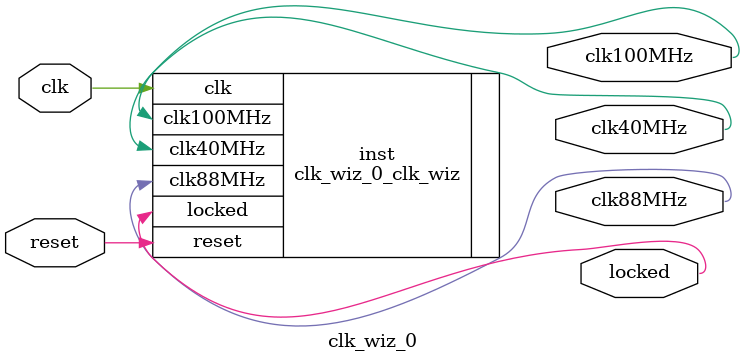
<source format=v>


`timescale 1ps/1ps

(* CORE_GENERATION_INFO = "clk_wiz_0,clk_wiz_v6_0_12_0_0,{component_name=clk_wiz_0,use_phase_alignment=true,use_min_o_jitter=false,use_max_i_jitter=false,use_dyn_phase_shift=false,use_inclk_switchover=false,use_dyn_reconfig=false,enable_axi=0,feedback_source=FDBK_AUTO,PRIMITIVE=MMCM,num_out_clk=3,clkin1_period=10.000,clkin2_period=10.000,use_power_down=false,use_reset=true,use_locked=true,use_inclk_stopped=false,feedback_type=SINGLE,CLOCK_MGR_TYPE=NA,manual_override=false}" *)

module clk_wiz_0 
 (
  // Clock out ports
  output        clk100MHz,
  output        clk88MHz,
  output        clk40MHz,
  // Status and control signals
  input         reset,
  output        locked,
 // Clock in ports
  input         clk
 );

  clk_wiz_0_clk_wiz inst
  (
  // Clock out ports  
  .clk100MHz(clk100MHz),
  .clk88MHz(clk88MHz),
  .clk40MHz(clk40MHz),
  // Status and control signals               
  .reset(reset), 
  .locked(locked),
 // Clock in ports
  .clk(clk)
  );

endmodule

</source>
